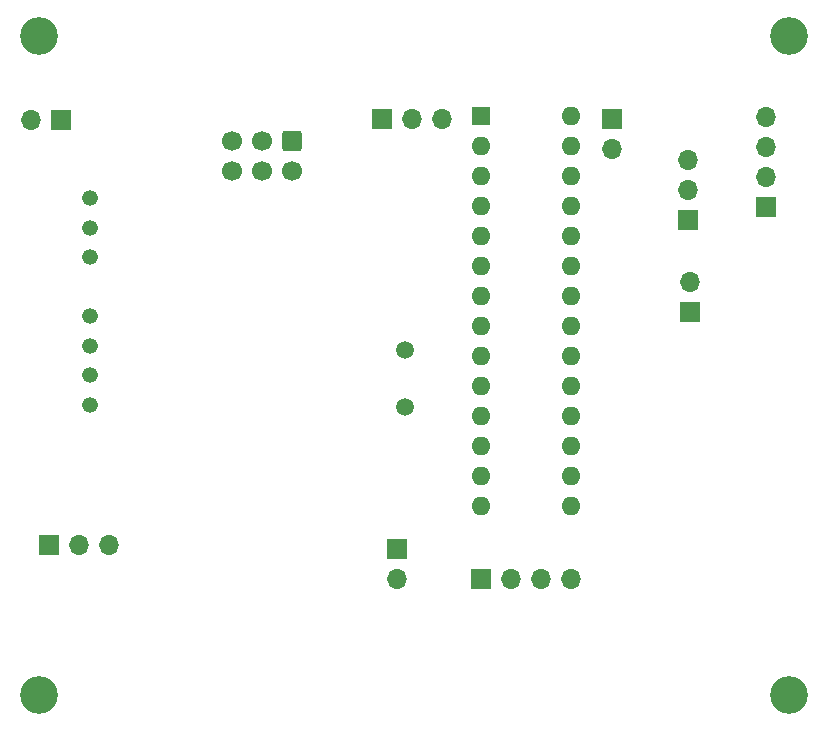
<source format=gbr>
%TF.GenerationSoftware,KiCad,Pcbnew,(6.0.1)*%
%TF.CreationDate,2022-03-08T00:57:02-06:00*%
%TF.ProjectId,mcu_board,6d63755f-626f-4617-9264-2e6b69636164,rev?*%
%TF.SameCoordinates,Original*%
%TF.FileFunction,Soldermask,Bot*%
%TF.FilePolarity,Negative*%
%FSLAX46Y46*%
G04 Gerber Fmt 4.6, Leading zero omitted, Abs format (unit mm)*
G04 Created by KiCad (PCBNEW (6.0.1)) date 2022-03-08 00:57:02*
%MOMM*%
%LPD*%
G01*
G04 APERTURE LIST*
G04 Aperture macros list*
%AMRoundRect*
0 Rectangle with rounded corners*
0 $1 Rounding radius*
0 $2 $3 $4 $5 $6 $7 $8 $9 X,Y pos of 4 corners*
0 Add a 4 corners polygon primitive as box body*
4,1,4,$2,$3,$4,$5,$6,$7,$8,$9,$2,$3,0*
0 Add four circle primitives for the rounded corners*
1,1,$1+$1,$2,$3*
1,1,$1+$1,$4,$5*
1,1,$1+$1,$6,$7*
1,1,$1+$1,$8,$9*
0 Add four rect primitives between the rounded corners*
20,1,$1+$1,$2,$3,$4,$5,0*
20,1,$1+$1,$4,$5,$6,$7,0*
20,1,$1+$1,$6,$7,$8,$9,0*
20,1,$1+$1,$8,$9,$2,$3,0*%
G04 Aperture macros list end*
%ADD10C,3.200000*%
%ADD11R,1.700000X1.700000*%
%ADD12O,1.700000X1.700000*%
%ADD13C,1.500000*%
%ADD14R,1.600000X1.600000*%
%ADD15O,1.600000X1.600000*%
%ADD16C,1.337000*%
%ADD17RoundRect,0.250000X-0.600000X0.600000X-0.600000X-0.600000X0.600000X-0.600000X0.600000X0.600000X0*%
%ADD18C,1.700000*%
G04 APERTURE END LIST*
D10*
%TO.C,H2*%
X193294000Y-141859000D03*
%TD*%
D11*
%TO.C,J1*%
X223647000Y-129530000D03*
D12*
X223647000Y-132070000D03*
%TD*%
D13*
%TO.C,Y1*%
X224282000Y-117524000D03*
X224282000Y-112644000D03*
%TD*%
D14*
%TO.C,U1*%
X230769000Y-92842000D03*
D15*
X230769000Y-95382000D03*
X230769000Y-97922000D03*
X230769000Y-100462000D03*
X230769000Y-103002000D03*
X230769000Y-105542000D03*
X230769000Y-108082000D03*
X230769000Y-110622000D03*
X230769000Y-113162000D03*
X230769000Y-115702000D03*
X230769000Y-118242000D03*
X230769000Y-120782000D03*
X230769000Y-123322000D03*
X230769000Y-125862000D03*
X238389000Y-125862000D03*
X238389000Y-123322000D03*
X238389000Y-120782000D03*
X238389000Y-118242000D03*
X238389000Y-115702000D03*
X238389000Y-113162000D03*
X238389000Y-110622000D03*
X238389000Y-108082000D03*
X238389000Y-105542000D03*
X238389000Y-103002000D03*
X238389000Y-100462000D03*
X238389000Y-97922000D03*
X238389000Y-95382000D03*
X238389000Y-92842000D03*
%TD*%
D16*
%TO.C,PS1*%
X197612000Y-117317000D03*
X197612000Y-114817000D03*
X197612000Y-112317000D03*
X197612000Y-109817000D03*
X197612000Y-104817000D03*
X197612000Y-102317000D03*
X197612000Y-99817000D03*
%TD*%
D11*
%TO.C,J10*%
X230759000Y-132075000D03*
D12*
X233299000Y-132075000D03*
X235839000Y-132075000D03*
X238379000Y-132075000D03*
%TD*%
%TO.C,J9*%
X227457000Y-93086000D03*
X224917000Y-93086000D03*
D11*
X222377000Y-93086000D03*
%TD*%
D17*
%TO.C,J8*%
X214757000Y-94991000D03*
D18*
X214757000Y-97531000D03*
X212217000Y-94991000D03*
X212217000Y-97531000D03*
X209677000Y-94991000D03*
X209677000Y-97531000D03*
%TD*%
D11*
%TO.C,J7*%
X194198000Y-129154000D03*
D12*
X196738000Y-129154000D03*
X199278000Y-129154000D03*
%TD*%
%TO.C,J6*%
X192659000Y-93213000D03*
D11*
X195199000Y-93213000D03*
%TD*%
%TO.C,J5*%
X248412000Y-109474000D03*
D12*
X248412000Y-106934000D03*
%TD*%
%TO.C,J4*%
X241808000Y-95621000D03*
D11*
X241808000Y-93081000D03*
%TD*%
%TO.C,J3*%
X248285000Y-101707000D03*
D12*
X248285000Y-99167000D03*
X248285000Y-96627000D03*
%TD*%
D11*
%TO.C,J2*%
X254889000Y-100569000D03*
D12*
X254889000Y-98029000D03*
X254889000Y-95489000D03*
X254889000Y-92949000D03*
%TD*%
D10*
%TO.C,H4*%
X256794000Y-141859000D03*
%TD*%
%TO.C,H3*%
X256794000Y-86106000D03*
%TD*%
%TO.C,H1*%
X193294000Y-86106000D03*
%TD*%
M02*

</source>
